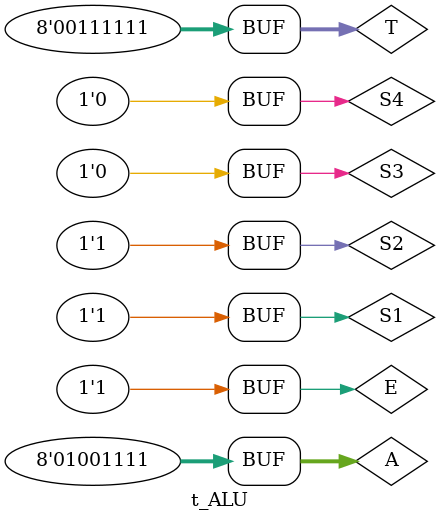
<source format=v>
module ALU(out_bus,carry,/*out_flag,*/A,T,S1,S2,S3,S4,E);
input  [7:0]A,T;
input  S1,S2,S3,S4,E;
output [7:0]out_bus;
output reg carry;
//output out_flag;
reg    [7:0]out;

assign out_bus=E?out:8'bz;
//assign out_flag=(A<0)?1'b1:((A==0)?1'b0:1'bz);

always @(*)
case ({S4,S3,S2,S1})
 
 4'h0: out = A & T;
 4'h1: out = A | T;
 4'h2: out = A ^ T; 
 4'h3: {carry,out} = A + T;
 4'h4: {carry,out} = A - T;
 4'h5: out = ~A;
 4'h6: out = A + 1'b1;
 4'h7: out = A - 1'b1;
 4'h8: out = {A[6:0],A[7]};
 4'h9: out = {A[0],A[7:1]};
 4'ha: out = T + 1'b1;
 4'hb: out = T - 1'b1; 
 
endcase

endmodule

//--------------------------------------------------------------------------------- 
// Module: t_ALU.v
// Description: Verilog code for testing ALU design. (Simple testbench) 
// Owner: Mohamed Sharaf
// Date:  Aug 2019
//---------------------------------------------------------------------------------
module t_ALU;
reg   [7:0]A,T;
reg   S1,S2,S3,S4,E;
wire  [7:0]out_bus;
wire  carry;
//wire  out_flag;

 ALU m(out_bus,carry,/*out_flag,*/A,T,S1,S2,S3,S4,E);
 
initial begin 
S1=0; S2=1; S3=1; S4=0; E=1; A=8'b0;  T=8'b00110101;
#100 S1=0; S2=0; S3=0; S4=1; E=1; A=8'b00111100;  T=8'b00110101;
#100 S1=1; S2=1; S3=0; S4=1; E=1;                 T=8'b00110101;
#100 S1=0; S2=0; S3=1; S4=0; E=1; A=8'b00011100;  T=8'b01110101;
#100 S1=1; S2=1; S3=0; S4=0; E=1; A=8'b01001111;  T=8'b00111111;
 end
 endmodule
 
 

</source>
